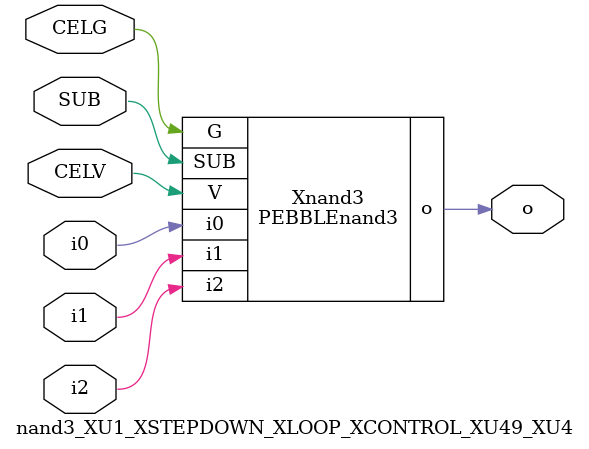
<source format=v>



module PEBBLEnand3 ( o, G, SUB, V, i0, i1, i2 );

  input i0;
  input V;
  input i2;
  input i1;
  input G;
  output o;
  input SUB;
endmodule

//Celera Confidential Do Not Copy nand3_XU1_XSTEPDOWN_XLOOP_XCONTROL_XU49_XU4
//Celera Confidential Symbol Generator
//5V Inverter
module nand3_XU1_XSTEPDOWN_XLOOP_XCONTROL_XU49_XU4 (CELV,CELG,i0,i1,i2,o,SUB);
input CELV;
input CELG;
input i0;
input i1;
input i2;
input SUB;
output o;

//Celera Confidential Do Not Copy nand3
PEBBLEnand3 Xnand3(
.V (CELV),
.i0 (i0),
.i1 (i1),
.i2 (i2),
.o (o),
.SUB (SUB),
.G (CELG)
);
//,diesize,PEBBLEnand3

//Celera Confidential Do Not Copy Module End
//Celera Schematic Generator
endmodule

</source>
